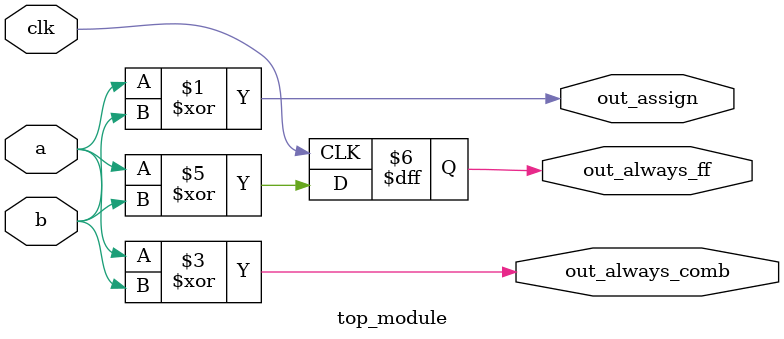
<source format=v>
module top_module(
    input clk,
    input a,
    input b,
    output wire out_assign,
    output reg out_always_comb,
    output reg out_always_ff   );
    assign out_assign=a^b;
    always @ (*) begin
        out_always_comb=a^b;
    end
    always @(posedge clk) begin
        out_always_ff=a^b;
    end
endmodule

</source>
